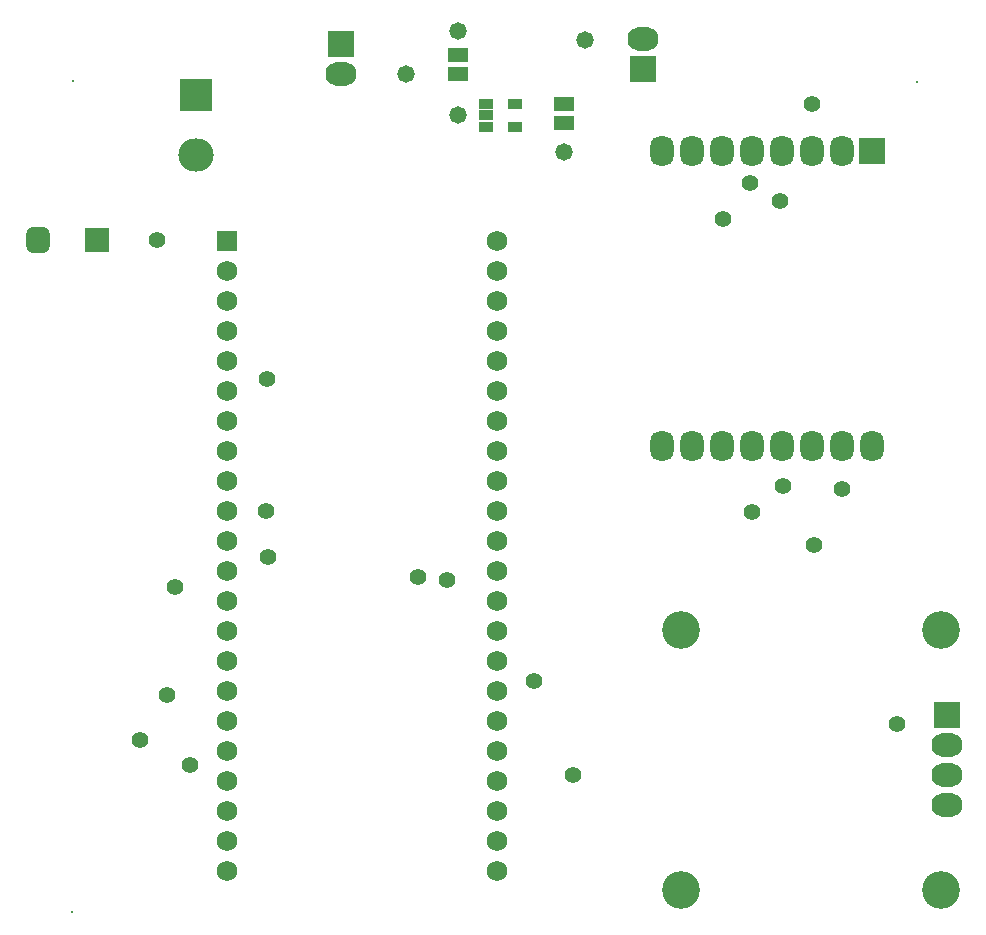
<source format=gts>
G04*
G04 #@! TF.GenerationSoftware,Altium Limited,Altium Designer,22.3.1 (43)*
G04*
G04 Layer_Color=8388736*
%FSLAX25Y25*%
%MOIN*%
G70*
G04*
G04 #@! TF.SameCoordinates,6F27DF24-6875-432B-A67F-BF56C2FC00E1*
G04*
G04*
G04 #@! TF.FilePolarity,Negative*
G04*
G01*
G75*
%ADD15R,0.06587X0.04816*%
%ADD16R,0.04737X0.03556*%
%ADD17C,0.12611*%
G04:AMPARAMS|DCode=18|XSize=78.87mil|YSize=102.49mil|CornerRadius=35.89mil|HoleSize=0mil|Usage=FLASHONLY|Rotation=270.000|XOffset=0mil|YOffset=0mil|HoleType=Round|Shape=RoundedRectangle|*
%AMROUNDEDRECTD18*
21,1,0.07887,0.03071,0,0,270.0*
21,1,0.00709,0.10249,0,0,270.0*
1,1,0.07178,-0.01535,-0.00354*
1,1,0.07178,-0.01535,0.00354*
1,1,0.07178,0.01535,0.00354*
1,1,0.07178,0.01535,-0.00354*
%
%ADD18ROUNDEDRECTD18*%
%ADD19R,0.08674X0.08674*%
%ADD20C,0.00800*%
%ADD21R,0.11036X0.11036*%
%ADD22O,0.11824X0.11036*%
%ADD23C,0.06824*%
%ADD24R,0.06824X0.06824*%
%ADD25R,0.07887X0.07887*%
G04:AMPARAMS|DCode=26|XSize=78.87mil|YSize=86.74mil|CornerRadius=21.72mil|HoleSize=0mil|Usage=FLASHONLY|Rotation=180.000|XOffset=0mil|YOffset=0mil|HoleType=Round|Shape=RoundedRectangle|*
%AMROUNDEDRECTD26*
21,1,0.07887,0.04331,0,0,180.0*
21,1,0.03543,0.08674,0,0,180.0*
1,1,0.04343,-0.01772,0.02165*
1,1,0.04343,0.01772,0.02165*
1,1,0.04343,0.01772,-0.02165*
1,1,0.04343,-0.01772,-0.02165*
%
%ADD26ROUNDEDRECTD26*%
G04:AMPARAMS|DCode=27|XSize=78.87mil|YSize=102.49mil|CornerRadius=35.89mil|HoleSize=0mil|Usage=FLASHONLY|Rotation=180.000|XOffset=0mil|YOffset=0mil|HoleType=Round|Shape=RoundedRectangle|*
%AMROUNDEDRECTD27*
21,1,0.07887,0.03071,0,0,180.0*
21,1,0.00709,0.10249,0,0,180.0*
1,1,0.07178,-0.00354,0.01535*
1,1,0.07178,0.00354,0.01535*
1,1,0.07178,0.00354,-0.01535*
1,1,0.07178,-0.00354,-0.01535*
%
%ADD27ROUNDEDRECTD27*%
%ADD28R,0.08674X0.08674*%
%ADD29C,0.05800*%
%ADD30C,0.05524*%
D15*
X185827Y290650D02*
D03*
Y284350D02*
D03*
X150394Y300787D02*
D03*
Y307087D02*
D03*
D16*
X169291Y283169D02*
D03*
Y290650D02*
D03*
X159843Y283169D02*
D03*
Y286910D02*
D03*
Y290650D02*
D03*
D17*
X224803Y115354D02*
D03*
Y28740D02*
D03*
X311417D02*
D03*
Y115354D02*
D03*
D18*
X313386Y57047D02*
D03*
Y67047D02*
D03*
Y77047D02*
D03*
X212106Y312264D02*
D03*
X111417Y300787D02*
D03*
D19*
X313386Y87047D02*
D03*
X212106Y302264D02*
D03*
X111417Y310787D02*
D03*
D20*
X21716Y21492D02*
D03*
X303346Y298130D02*
D03*
X22047Y298228D02*
D03*
D21*
X62894Y293504D02*
D03*
D22*
Y273504D02*
D03*
D23*
X73504Y35157D02*
D03*
X163504D02*
D03*
X73504Y45158D02*
D03*
Y55158D02*
D03*
Y65158D02*
D03*
Y75157D02*
D03*
Y85158D02*
D03*
Y95157D02*
D03*
Y105157D02*
D03*
Y115157D02*
D03*
Y125157D02*
D03*
Y135158D02*
D03*
Y145158D02*
D03*
Y155157D02*
D03*
Y165157D02*
D03*
Y175157D02*
D03*
Y185158D02*
D03*
Y195158D02*
D03*
Y205157D02*
D03*
Y215158D02*
D03*
Y225157D02*
D03*
Y235157D02*
D03*
X163504Y45158D02*
D03*
Y55158D02*
D03*
Y65158D02*
D03*
Y75157D02*
D03*
Y85158D02*
D03*
Y95157D02*
D03*
Y105157D02*
D03*
Y115157D02*
D03*
Y125157D02*
D03*
Y135158D02*
D03*
Y145158D02*
D03*
Y155157D02*
D03*
Y165157D02*
D03*
Y175157D02*
D03*
Y185158D02*
D03*
Y195158D02*
D03*
Y205157D02*
D03*
Y215158D02*
D03*
Y225157D02*
D03*
Y235157D02*
D03*
Y245158D02*
D03*
D24*
X73504D02*
D03*
D25*
X29921Y245276D02*
D03*
D26*
X10236Y245276D02*
D03*
D27*
X288268Y176575D02*
D03*
X278268D02*
D03*
X268268D02*
D03*
X258268D02*
D03*
X248268D02*
D03*
X238268D02*
D03*
X228268D02*
D03*
X218268D02*
D03*
X238268Y275000D02*
D03*
X248268D02*
D03*
X258268D02*
D03*
X268268D02*
D03*
X278268D02*
D03*
X218268D02*
D03*
X228268D02*
D03*
D28*
X288268D02*
D03*
D29*
X133071Y300787D02*
D03*
X150394Y287008D02*
D03*
Y314961D02*
D03*
X185827Y274803D02*
D03*
X192815Y312106D02*
D03*
D30*
X296850Y84055D02*
D03*
X50000Y245472D02*
D03*
X268307Y290650D02*
D03*
X86909Y139764D02*
D03*
X86516Y155020D02*
D03*
X175787Y98425D02*
D03*
X188563Y67047D02*
D03*
X146653Y132087D02*
D03*
X137008Y133169D02*
D03*
X257677Y258268D02*
D03*
X238681Y252461D02*
D03*
X247638Y264173D02*
D03*
X86713Y199114D02*
D03*
X55905Y129724D02*
D03*
X269094Y143799D02*
D03*
X44488Y78543D02*
D03*
X61122Y70472D02*
D03*
X53543Y93701D02*
D03*
X258858Y163386D02*
D03*
X248327Y154528D02*
D03*
X278268Y162500D02*
D03*
M02*

</source>
